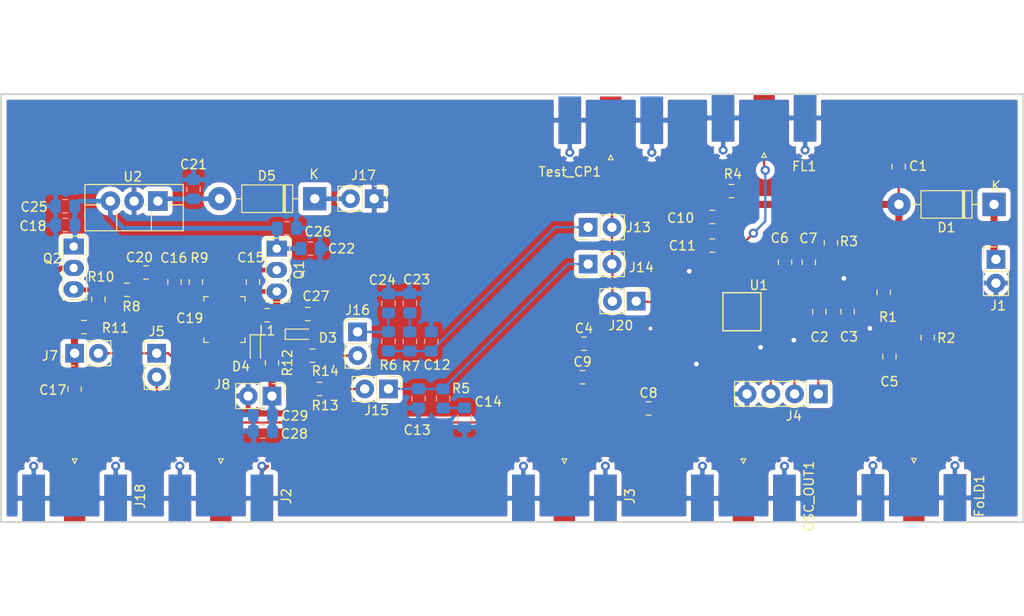
<source format=kicad_pcb>
(kicad_pcb (version 20171130) (host pcbnew "(5.0.1)-4")
  (layers (0 F.Cu signal) (31 B.Cu signal) (34 B.Paste user) (35 F.Paste user) (36 B.SilkS user) (37 F.SilkS user) (38 B.Mask user) (39 F.Mask user) (44 Edge.Cuts user))
  (net 0 "")
  (net 1 GND)
  (net 2 "Net-(C4-Pad1)")
  (net 3 "Net-(C8-Pad1)")
  (net 4 "Net-(C9-Pad2)")
  (net 5 PLL_Power)
  (net 6 "Net-(C12-Pad2)")
  (net 7 "Net-(C15-Pad1)")
  (net 8 "Net-(C15-Pad2)")
  (net 9 8V)
  (net 10 "Net-(C20-Pad2)")
  (net 11 "Net-(C21-Pad1)")
  (net 12 "Net-(D1-Pad1)")
  (net 13 "Net-(D3-Pad1)")
  (net 14 "Net-(D5-Pad1)")
  (net 15 "Net-(J2-Pad1)")
  (net 16 "Net-(J13-Pad2)")
  (net 17 V_uC)
  (net 18 Vp)
  (net 19 Vcc)
  (net 20 CE)
  (net 21 F_IN)
  (net 22 OSC_IN)
  (net 23 CPo)
  (net 24 LE)
  (net 25 Data)
  (net 26 FL)
  (net 27 FoLD)
  (net 28 OSC_OUT)
  (net 29 Clock)
  (net 30 "Net-(C13-Pad1)")
  (net 31 "Net-(C14-Pad1)")
  (net 32 "Net-(C17-Pad2)")
  (net 33 "Net-(C17-Pad1)")
  (net 34 "Net-(Q2-Pad3)")
  (net 35 "Net-(C23-Pad1)")
  (net 36 "Net-(C24-Pad1)")
  (net 37 "Net-(J15-Pad2)")
  (net 38 "Net-(J16-Pad2)")
  (net 39 "Net-(C27-Pad1)")
  (net 40 "Net-(C28-Pad2)")
  (module Capacitor_SMD:C_0805_2012Metric_Pad1.15x1.40mm_HandSolder (layer B.Cu) (at 106.7308 112.2426)
    (fp_text reference C28 (at 3.3528 0.254) (layer F.SilkS))
    (fp_text value 100pF)
    (pad 2 smd roundrect (at 1.025 0) (size 1.15 1.4) (layers B.Cu B.Paste B.Mask) (roundrect_rratio 0.217391) (net 40 "Net-(C28-Pad2)"))
    (pad 1 smd roundrect (at -1.025 0) (size 1.15 1.4) (layers B.Cu B.Paste B.Mask) (roundrect_rratio 0.217391) (net 1 GND))
  )
  (module Capacitor_SMD:C_0805_2012Metric_Pad1.15x1.40mm_HandSolder (layer B.Cu) (at 106.7218 110.4646)
    (fp_text reference C29 (at 3.4126 0.1016) (layer F.SilkS))
    (fp_text value 100nF)
    (pad 1 smd roundrect (at -1.025 0) (size 1.15 1.4) (layers B.Cu B.Paste B.Mask) (roundrect_rratio 0.217391) (net 1 GND))
    (pad 2 smd roundrect (at 1.025 0) (size 1.15 1.4) (layers B.Cu B.Paste B.Mask) (roundrect_rratio 0.217391) (net 40 "Net-(C28-Pad2)"))
  )
  (module Capacitor_SMD:C_0805_2012Metric_Pad1.15x1.40mm_HandSolder (layer F.Cu) (at 111.515 99.695 180)
    (fp_text reference C27 (at -0.88 1.905 180) (layer F.SilkS))
    (fp_text value ?)
    (pad 1 smd roundrect (at -1.025 0 180) (size 1.15 1.4) (layers F.Cu F.Paste F.Mask) (roundrect_rratio 0.217391) (net 39 "Net-(C27-Pad1)"))
    (pad 2 smd roundrect (at 1.025 0 180) (size 1.15 1.4) (layers F.Cu F.Paste F.Mask) (roundrect_rratio 0.217391) (net 8 "Net-(C15-Pad2)"))
  )
  (module Capacitor_SMD:C_0805_2012Metric_Pad1.15x1.40mm_HandSolder (layer B.Cu) (at 109.2925 90.5383 180)
    (fp_text reference C26 (at -3.3184 -0.3556 180) (layer F.SilkS))
    (fp_text value 100pF)
    (pad 2 smd roundrect (at 1.025 0 180) (size 1.15 1.4) (layers B.Cu B.Paste B.Mask) (roundrect_rratio 0.217391) (net 9 8V))
    (pad 1 smd roundrect (at -1.025 0 180) (size 1.15 1.4) (layers B.Cu B.Paste B.Mask) (roundrect_rratio 0.217391) (net 1 GND))
  )
  (module Capacitor_SMD:C_0805_2012Metric_Pad1.15x1.40mm_HandSolder (layer B.Cu) (at 85.6017 88.1761)
    (fp_text reference C25 (at -3.3184 0.0762) (layer F.SilkS))
    (fp_text value 100pF)
    (pad 1 smd roundrect (at -1.025 0) (size 1.15 1.4) (layers B.Cu B.Paste B.Mask) (roundrect_rratio 0.217391) (net 1 GND))
    (pad 2 smd roundrect (at 1.025 0) (size 1.15 1.4) (layers B.Cu B.Paste B.Mask) (roundrect_rratio 0.217391) (net 9 8V))
  )
  (module Resistor_SMD:R_0805_2012Metric_Pad1.15x1.40mm_HandSolder (layer F.Cu) (at 112.023 104.14 180)
    (fp_text reference R14 (at -1.3626 -1.6383 180) (layer F.SilkS))
    (fp_text value 1k)
    (pad 2 smd roundrect (at 1.025 0 180) (size 1.15 1.4) (layers F.Cu F.Paste F.Mask) (roundrect_rratio 0.217391) (net 13 "Net-(D3-Pad1)"))
    (pad 1 smd roundrect (at -1.025 0 180) (size 1.15 1.4) (layers F.Cu F.Paste F.Mask) (roundrect_rratio 0.217391) (net 38 "Net-(J16-Pad2)"))
  )
  (module Resistor_SMD:R_0805_2012Metric_Pad1.15x1.40mm_HandSolder (layer F.Cu) (at 112.785 107.696)
    (fp_text reference R13 (at 0.5879 1.7653) (layer F.SilkS))
    (fp_text value 1k)
    (pad 1 smd roundrect (at -1.025 0) (size 1.15 1.4) (layers F.Cu F.Paste F.Mask) (roundrect_rratio 0.217391) (net 13 "Net-(D3-Pad1)"))
    (pad 2 smd roundrect (at 1.025 0) (size 1.15 1.4) (layers F.Cu F.Paste F.Mask) (roundrect_rratio 0.217391) (net 37 "Net-(J15-Pad2)"))
  )
  (module Resistor_SMD:R_0805_2012Metric_Pad1.15x1.40mm_HandSolder (layer F.Cu) (at 89.154 98.1292 270)
    (fp_text reference R10 (at -2.4093 -0.2667) (layer F.SilkS))
    (fp_text value 100k)
    (pad 1 smd roundrect (at -1.025 0 270) (size 1.15 1.4) (layers F.Cu F.Paste F.Mask) (roundrect_rratio 0.217391) (net 34 "Net-(Q2-Pad3)"))
    (pad 2 smd roundrect (at 1.025 0 270) (size 1.15 1.4) (layers F.Cu F.Paste F.Mask) (roundrect_rratio 0.217391) (net 1 GND))
  )
  (module Resistor_SMD:R_0805_2012Metric_Pad1.15x1.40mm_HandSolder (layer F.Cu) (at 107.696 104.911 270)
    (fp_text reference R12 (at 0 -1.65 270) (layer F.SilkS))
    (fp_text value 1k)
    (pad 1 smd roundrect (at -1.025 0 270) (size 1.15 1.4) (layers F.Cu F.Paste F.Mask) (roundrect_rratio 0.217391) (net 13 "Net-(D3-Pad1)"))
    (pad 2 smd roundrect (at 1.025 0 270) (size 1.15 1.4) (layers F.Cu F.Paste F.Mask) (roundrect_rratio 0.217391) (net 40 "Net-(C28-Pad2)"))
  )
  (module Capacitor_SMD:C_0805_2012Metric_Pad1.15x1.40mm_HandSolder (layer B.Cu) (at 120.142 98.561 90)
    (fp_text reference C24 (at 2.4982 -0.6604 180) (layer F.SilkS))
    (fp_text value C)
    (pad 2 smd roundrect (at 1.025 0 90) (size 1.15 1.4) (layers B.Cu B.Paste B.Mask) (roundrect_rratio 0.217391) (net 1 GND))
    (pad 1 smd roundrect (at -1.025 0 90) (size 1.15 1.4) (layers B.Cu B.Paste B.Mask) (roundrect_rratio 0.217391) (net 36 "Net-(C24-Pad1)"))
  )
  (module Capacitor_SMD:C_0805_2012Metric_Pad1.15x1.40mm_HandSolder (layer B.Cu) (at 122.428 98.543 90)
    (fp_text reference C23 (at 2.531 0.7239 180) (layer F.SilkS))
    (fp_text value C)
    (pad 1 smd roundrect (at -1.025 0 90) (size 1.15 1.4) (layers B.Cu B.Paste B.Mask) (roundrect_rratio 0.217391) (net 35 "Net-(C23-Pad1)"))
    (pad 2 smd roundrect (at 1.025 0 90) (size 1.15 1.4) (layers B.Cu B.Paste B.Mask) (roundrect_rratio 0.217391) (net 1 GND))
  )
  (module Capacitor_SMD:C_Trimmer_Murata_TZB4-B (layer F.Cu) (at 102.616 100.282 270)
    (fp_text reference C19 (at -0.1425 3.7084) (layer F.SilkS))
    (fp_text value C_Variable)
    (pad 1 smd rect (at -3 0 270) (size 2 1.6) (layers F.Cu F.Paste F.Mask) (net 8 "Net-(C15-Pad2)"))
    (pad 2 smd rect (at 3 0 270) (size 2 1.6) (layers F.Cu F.Paste F.Mask) (net 1 GND))
  )
  (module Resistor_SMD:R_0805_2012Metric_Pad1.15x1.40mm_HandSolder (layer B.Cu) (at 122.428 102.625 90)
    (fp_text reference R7 (at -2.6453 0.127 180) (layer F.SilkS))
    (fp_text value R)
    (pad 1 smd roundrect (at -1.025 0 90) (size 1.15 1.4) (layers B.Cu B.Paste B.Mask) (roundrect_rratio 0.217391) (net 6 "Net-(C12-Pad2)"))
    (pad 2 smd roundrect (at 1.025 0 90) (size 1.15 1.4) (layers B.Cu B.Paste B.Mask) (roundrect_rratio 0.217391) (net 35 "Net-(C23-Pad1)"))
  )
  (module Resistor_SMD:R_0805_2012Metric_Pad1.15x1.40mm_HandSolder (layer F.Cu) (at 92.211 97.1042)
    (fp_text reference R8 (at 0.4736 1.7907) (layer F.SilkS))
    (fp_text value "0 Ohms")
    (pad 2 smd roundrect (at 1.025 0) (size 1.15 1.4) (layers F.Cu F.Paste F.Mask) (roundrect_rratio 0.217391) (net 10 "Net-(C20-Pad2)"))
    (pad 1 smd roundrect (at -1.025 0) (size 1.15 1.4) (layers F.Cu F.Paste F.Mask) (roundrect_rratio 0.217391) (net 34 "Net-(Q2-Pad3)"))
  )
  (module Capacitor_SMD:C_0805_2012Metric_Pad1.15x1.40mm_HandSolder (layer F.Cu) (at 86.614 107.705 270)
    (fp_text reference C17 (at 0.1053 2.3368) (layer F.SilkS))
    (fp_text value 100nF)
    (pad 2 smd roundrect (at 1.025 0 270) (size 1.15 1.4) (layers F.Cu F.Paste F.Mask) (roundrect_rratio 0.217391) (net 32 "Net-(C17-Pad2)"))
    (pad 1 smd roundrect (at -1.025 0 270) (size 1.15 1.4) (layers F.Cu F.Paste F.Mask) (roundrect_rratio 0.217391) (net 33 "Net-(C17-Pad1)"))
  )
  (module Capacitor_SMD:C_0805_2012Metric_Pad1.15x1.40mm_HandSolder (layer B.Cu) (at 128.27 110.753 270)
    (fp_text reference C14 (at -1.6854 -2.5273) (layer F.SilkS))
    (fp_text value C)
    (pad 1 smd roundrect (at -1.025 0 270) (size 1.15 1.4) (layers B.Cu B.Paste B.Mask) (roundrect_rratio 0.217391) (net 31 "Net-(C14-Pad1)"))
    (pad 2 smd roundrect (at 1.025 0 270) (size 1.15 1.4) (layers B.Cu B.Paste B.Mask) (roundrect_rratio 0.217391) (net 1 GND))
  )
  (module Package_TO_SOT_THT:TO-251-3_Vertical (layer F.Cu) (at 86.5124 92.4814 270)
    (fp_text reference Q2 (at 1.2827 2.2987) (layer F.SilkS))
    (fp_text value Q_NJFET_DSG)
    (pad 3 thru_hole oval (at 4.58 0 270) (size 1.7175 2.2) (drill 0.9) (layers *.Cu *.Mask) (net 34 "Net-(Q2-Pad3)"))
    (pad 2 thru_hole oval (at 2.29 0 270) (size 1.7175 2.2) (drill 0.9) (layers *.Cu *.Mask) (net 33 "Net-(C17-Pad1)"))
    (pad 1 thru_hole rect (at 0 0 270) (size 1.7175 2.2) (drill 0.9) (layers *.Cu *.Mask) (net 9 8V))
  )
  (module Package_TO_SOT_THT:TO-251-3_Vertical (layer F.Cu) (at 108.204 92.706 270)
    (fp_text reference Q1 (at 2.29 -2.39 270) (layer F.SilkS))
    (fp_text value Q_NJFET_DSG)
    (pad 1 thru_hole rect (at 0 0 270) (size 1.7 2.2) (drill 0.9) (layers *.Cu *.Mask) (net 9 8V))
    (pad 2 thru_hole oval (at 2.29 0 270) (size 1.7 2.2) (drill 0.9) (layers *.Cu *.Mask) (net 7 "Net-(C15-Pad1)"))
    (pad 3 thru_hole oval (at 4.58 0 270) (size 1.7 2.2) (drill 0.9) (layers *.Cu *.Mask) (net 8 "Net-(C15-Pad2)"))
  )
  (module Connector_Coaxial:SMA_Molex_73251-1153_EdgeMount_Horizontal (layer F.Cu) (at 176.276 117.6092 90)
    (fp_text reference FoLD1 (at -1.5 7 90) (layer F.SilkS))
    (fp_text value Conn_Coaxial)
    (pad 2 smd rect (at 1.27 4.38 90) (size 0.95 0.46) (layers B.Cu) (net 1 GND))
    (pad 2 smd rect (at 1.27 -4.38 90) (size 0.95 0.46) (layers B.Cu) (net 1 GND))
    (pad 2 smd rect (at 1.27 4.38 90) (size 0.95 0.46) (layers F.Cu) (net 1 GND))
    (pad 2 smd rect (at 1.27 -4.38 90) (size 0.95 0.46) (layers F.Cu) (net 1 GND))
    (pad 2 thru_hole circle (at 1.72 4.38 90) (size 0.97 0.97) (drill 0.46) (layers *.Cu) (net 1 GND))
    (pad 2 thru_hole circle (at 1.72 -4.38 90) (size 0.97 0.97) (drill 0.46) (layers *.Cu) (net 1 GND))
    (pad 2 smd rect (at -1.72 4.38 90) (size 5.08 2.42) (layers B.Cu B.Paste B.Mask) (net 1 GND))
    (pad 2 smd rect (at -1.72 -4.38 90) (size 5.08 2.42) (layers B.Cu B.Paste B.Mask) (net 1 GND))
    (pad 2 smd rect (at -1.72 4.38 90) (size 5.08 2.42) (layers F.Cu F.Paste F.Mask) (net 1 GND))
    (pad 2 smd rect (at -1.72 -4.38 90) (size 5.08 2.42) (layers F.Cu F.Paste F.Mask) (net 1 GND))
    (pad 1 smd rect (at -1.72 0 90) (size 5.08 2.29) (layers F.Cu F.Paste F.Mask) (net 27 FoLD))
  )
  (module Connector_Coaxial:SMA_Molex_73251-1153_EdgeMount_Horizontal (layer F.Cu) (at 160.274 80.46 270)
    (fp_text reference FL1 (at 3.45652 -4.28244) (layer F.SilkS))
    (fp_text value Conn_Coaxial)
    (pad 1 smd rect (at -1.72 0 270) (size 5.08 2.29) (layers F.Cu F.Paste F.Mask) (net 26 FL))
    (pad 2 smd rect (at -1.72 -4.38 270) (size 5.08 2.42) (layers F.Cu F.Paste F.Mask) (net 1 GND))
    (pad 2 smd rect (at -1.72 4.38 270) (size 5.08 2.42) (layers F.Cu F.Paste F.Mask) (net 1 GND))
    (pad 2 smd rect (at -1.72 -4.38 270) (size 5.08 2.42) (layers B.Cu B.Paste B.Mask) (net 1 GND))
    (pad 2 smd rect (at -1.72 4.38 270) (size 5.08 2.42) (layers B.Cu B.Paste B.Mask) (net 1 GND))
    (pad 2 thru_hole circle (at 1.72 -4.38 270) (size 0.97 0.97) (drill 0.46) (layers *.Cu) (net 1 GND))
    (pad 2 thru_hole circle (at 1.72 4.38 270) (size 0.97 0.97) (drill 0.46) (layers *.Cu) (net 1 GND))
    (pad 2 smd rect (at 1.27 -4.38 270) (size 0.95 0.46) (layers F.Cu) (net 1 GND))
    (pad 2 smd rect (at 1.27 4.38 270) (size 0.95 0.46) (layers F.Cu) (net 1 GND))
    (pad 2 smd rect (at 1.27 -4.38 270) (size 0.95 0.46) (layers B.Cu) (net 1 GND))
    (pad 2 smd rect (at 1.27 4.38 270) (size 0.95 0.46) (layers B.Cu) (net 1 GND))
  )
  (module Connector_Coaxial:SMA_Molex_73251-1153_EdgeMount_Horizontal (layer F.Cu) (at 143.891 80.714 270)
    (fp_text reference Test_CP1 (at 3.78672 4.35356) (layer F.SilkS))
    (fp_text value Conn_Coaxial)
    (pad 2 smd rect (at 1.27 4.38 270) (size 0.95 0.46) (layers B.Cu) (net 1 GND))
    (pad 2 smd rect (at 1.27 -4.38 270) (size 0.95 0.46) (layers B.Cu) (net 1 GND))
    (pad 2 smd rect (at 1.27 4.38 270) (size 0.95 0.46) (layers F.Cu) (net 1 GND))
    (pad 2 smd rect (at 1.27 -4.38 270) (size 0.95 0.46) (layers F.Cu) (net 1 GND))
    (pad 2 thru_hole circle (at 1.72 4.38 270) (size 0.97 0.97) (drill 0.46) (layers *.Cu) (net 1 GND))
    (pad 2 thru_hole circle (at 1.72 -4.38 270) (size 0.97 0.97) (drill 0.46) (layers *.Cu) (net 1 GND))
    (pad 2 smd rect (at -1.72 4.38 270) (size 5.08 2.42) (layers B.Cu B.Paste B.Mask) (net 1 GND))
    (pad 2 smd rect (at -1.72 -4.38 270) (size 5.08 2.42) (layers B.Cu B.Paste B.Mask) (net 1 GND))
    (pad 2 smd rect (at -1.72 4.38 270) (size 5.08 2.42) (layers F.Cu F.Paste F.Mask) (net 1 GND))
    (pad 2 smd rect (at -1.72 -4.38 270) (size 5.08 2.42) (layers F.Cu F.Paste F.Mask) (net 1 GND))
    (pad 1 smd rect (at -1.72 0 270) (size 5.08 2.29) (layers F.Cu F.Paste F.Mask) (net 16 "Net-(J13-Pad2)"))
  )
  (module Connector_Coaxial:SMA_Molex_73251-1153_EdgeMount_Horizontal (layer F.Cu) (at 158.0642 117.66 90)
    (fp_text reference OSC_OUT1 (at -1.5 7 90) (layer F.SilkS))
    (fp_text value Conn_Coaxial)
    (pad 1 smd rect (at -1.72 0 90) (size 5.08 2.29) (layers F.Cu F.Paste F.Mask) (net 28 OSC_OUT))
    (pad 2 smd rect (at -1.72 -4.38 90) (size 5.08 2.42) (layers F.Cu F.Paste F.Mask) (net 1 GND))
    (pad 2 smd rect (at -1.72 4.38 90) (size 5.08 2.42) (layers F.Cu F.Paste F.Mask) (net 1 GND))
    (pad 2 smd rect (at -1.72 -4.38 90) (size 5.08 2.42) (layers B.Cu B.Paste B.Mask) (net 1 GND))
    (pad 2 smd rect (at -1.72 4.38 90) (size 5.08 2.42) (layers B.Cu B.Paste B.Mask) (net 1 GND))
    (pad 2 thru_hole circle (at 1.72 -4.38 90) (size 0.97 0.97) (drill 0.46) (layers *.Cu) (net 1 GND))
    (pad 2 thru_hole circle (at 1.72 4.38 90) (size 0.97 0.97) (drill 0.46) (layers *.Cu) (net 1 GND))
    (pad 2 smd rect (at 1.27 -4.38 90) (size 0.95 0.46) (layers F.Cu) (net 1 GND))
    (pad 2 smd rect (at 1.27 4.38 90) (size 0.95 0.46) (layers F.Cu) (net 1 GND))
    (pad 2 smd rect (at 1.27 -4.38 90) (size 0.95 0.46) (layers B.Cu) (net 1 GND))
    (pad 2 smd rect (at 1.27 4.38 90) (size 0.95 0.46) (layers B.Cu) (net 1 GND))
  )
  (module Capacitor_SMD:C_0805_2012Metric_Pad1.15x1.40mm_HandSolder (layer F.Cu) (at 174.6504 83.9306 270)
    (fp_text reference C1 (at -0.04456 -2.0828) (layer F.SilkS))
    (fp_text value C)
    (pad 1 smd roundrect (at -1.025 0 270) (size 1.15 1.4) (layers F.Cu F.Paste F.Mask) (roundrect_rratio 0.217391) (net 1 GND))
    (pad 2 smd roundrect (at 1.025 0 270) (size 1.15 1.4) (layers F.Cu F.Paste F.Mask) (roundrect_rratio 0.217391) (net 5 PLL_Power))
  )
  (module Capacitor_SMD:C_0805_2012Metric_Pad1.15x1.40mm_HandSolder (layer F.Cu) (at 166.1668 99.45 90)
    (fp_text reference C2 (at -2.7088 0.02032 180) (layer F.SilkS))
    (fp_text value 100nF)
    (pad 1 smd roundrect (at -1.025 0 90) (size 1.15 1.4) (layers F.Cu F.Paste F.Mask) (roundrect_rratio 0.217391) (net 1 GND))
    (pad 2 smd roundrect (at 1.025 0 90) (size 1.15 1.4) (layers F.Cu F.Paste F.Mask) (roundrect_rratio 0.217391) (net 17 V_uC))
  )
  (module Capacitor_SMD:C_0805_2012Metric_Pad1.15x1.40mm_HandSolder (layer F.Cu) (at 169.1894 99.45 90)
    (fp_text reference C3 (at -2.67324 0.14224 180) (layer F.SilkS))
    (fp_text value 100pF)
    (pad 2 smd roundrect (at 1.025 0 90) (size 1.15 1.4) (layers F.Cu F.Paste F.Mask) (roundrect_rratio 0.217391) (net 17 V_uC))
    (pad 1 smd roundrect (at -1.025 0 90) (size 1.15 1.4) (layers F.Cu F.Paste F.Mask) (roundrect_rratio 0.217391) (net 1 GND))
  )
  (module Capacitor_SMD:C_0805_2012Metric_Pad1.15x1.40mm_HandSolder (layer F.Cu) (at 141.0298 102.87)
    (fp_text reference C4 (at 0 -1.65) (layer F.SilkS))
    (fp_text value 1000pF)
    (pad 2 smd roundrect (at 1.025 0) (size 1.15 1.4) (layers F.Cu F.Paste F.Mask) (roundrect_rratio 0.217391) (net 21 F_IN))
    (pad 1 smd roundrect (at -1.025 0) (size 1.15 1.4) (layers F.Cu F.Paste F.Mask) (roundrect_rratio 0.217391) (net 2 "Net-(C4-Pad1)"))
  )
  (module Capacitor_SMD:C_0805_2012Metric_Pad1.15x1.40mm_HandSolder (layer F.Cu) (at 173.6598 104.2506 90)
    (fp_text reference C5 (at -2.66308 -0.00508 180) (layer F.SilkS))
    (fp_text value 100nF)
    (pad 2 smd roundrect (at 1.025 0 90) (size 1.15 1.4) (layers F.Cu F.Paste F.Mask) (roundrect_rratio 0.217391) (net 20 CE))
    (pad 1 smd roundrect (at -1.025 0 90) (size 1.15 1.4) (layers F.Cu F.Paste F.Mask) (roundrect_rratio 0.217391) (net 1 GND))
  )
  (module Capacitor_SMD:C_0805_2012Metric_Pad1.15x1.40mm_HandSolder (layer F.Cu) (at 162.5092 94.1668 90)
    (fp_text reference C6 (at 2.5871 -0.5715 180) (layer F.SilkS))
    (fp_text value 100nF)
    (pad 1 smd roundrect (at -1.025 0 90) (size 1.15 1.4) (layers F.Cu F.Paste F.Mask) (roundrect_rratio 0.217391) (net 1 GND))
    (pad 2 smd roundrect (at 1.025 0 90) (size 1.15 1.4) (layers F.Cu F.Paste F.Mask) (roundrect_rratio 0.217391) (net 19 Vcc))
  )
  (module Capacitor_SMD:C_0805_2012Metric_Pad1.15x1.40mm_HandSolder (layer F.Cu) (at 165.0492 94.1668 90)
    (fp_text reference C7 (at 2.5617 -0.0508 180) (layer F.SilkS))
    (fp_text value 100pF)
    (pad 1 smd roundrect (at -1.025 0 90) (size 1.15 1.4) (layers F.Cu F.Paste F.Mask) (roundrect_rratio 0.217391) (net 1 GND))
    (pad 2 smd roundrect (at 1.025 0 90) (size 1.15 1.4) (layers F.Cu F.Paste F.Mask) (roundrect_rratio 0.217391) (net 19 Vcc))
  )
  (module Capacitor_SMD:C_0805_2012Metric_Pad1.15x1.40mm_HandSolder (layer F.Cu) (at 147.9206 109.7788)
    (fp_text reference C8 (at 0 -1.65) (layer F.SilkS))
    (fp_text value 1000pF)
    (pad 2 smd roundrect (at 1.025 0) (size 1.15 1.4) (layers F.Cu F.Paste F.Mask) (roundrect_rratio 0.217391) (net 22 OSC_IN))
    (pad 1 smd roundrect (at -1.025 0) (size 1.15 1.4) (layers F.Cu F.Paste F.Mask) (roundrect_rratio 0.217391) (net 3 "Net-(C8-Pad1)"))
  )
  (module Capacitor_SMD:C_0805_2012Metric_Pad1.15x1.40mm_HandSolder (layer F.Cu) (at 140.8774 106.4514)
    (fp_text reference C9 (at 0 -1.65) (layer F.SilkS))
    (fp_text value 100nF)
    (pad 2 smd roundrect (at 1.025 0) (size 1.15 1.4) (layers F.Cu F.Paste F.Mask) (roundrect_rratio 0.217391) (net 4 "Net-(C9-Pad2)"))
    (pad 1 smd roundrect (at -1.025 0) (size 1.15 1.4) (layers F.Cu F.Paste F.Mask) (roundrect_rratio 0.217391) (net 1 GND))
  )
  (module Capacitor_SMD:C_0805_2012Metric_Pad1.15x1.40mm_HandSolder (layer F.Cu) (at 154.7278 89.3318)
    (fp_text reference C10 (at -3.3692 0.1016) (layer F.SilkS))
    (fp_text value 100nF)
    (pad 2 smd roundrect (at 1.025 0) (size 1.15 1.4) (layers F.Cu F.Paste F.Mask) (roundrect_rratio 0.217391) (net 18 Vp))
    (pad 1 smd roundrect (at -1.025 0) (size 1.15 1.4) (layers F.Cu F.Paste F.Mask) (roundrect_rratio 0.217391) (net 1 GND))
  )
  (module Capacitor_SMD:C_0805_2012Metric_Pad1.15x1.40mm_HandSolder (layer F.Cu) (at 154.7278 92.3798)
    (fp_text reference C11 (at -3.1914 0.0127) (layer F.SilkS))
    (fp_text value 100pF)
    (pad 1 smd roundrect (at -1.025 0) (size 1.15 1.4) (layers F.Cu F.Paste F.Mask) (roundrect_rratio 0.217391) (net 1 GND))
    (pad 2 smd roundrect (at 1.025 0) (size 1.15 1.4) (layers F.Cu F.Paste F.Mask) (roundrect_rratio 0.217391) (net 18 Vp))
  )
  (module Capacitor_SMD:C_0805_2012Metric_Pad1.15x1.40mm_HandSolder (layer B.Cu) (at 124.714 102.625 270)
    (fp_text reference C12 (at 2.5056 -0.6096) (layer F.SilkS))
    (fp_text value C)
    (pad 2 smd roundrect (at 1.025 0 270) (size 1.15 1.4) (layers B.Cu B.Paste B.Mask) (roundrect_rratio 0.217391) (net 6 "Net-(C12-Pad2)"))
    (pad 1 smd roundrect (at -1.025 0 270) (size 1.15 1.4) (layers B.Cu B.Paste B.Mask) (roundrect_rratio 0.217391) (net 1 GND))
  )
  (module Capacitor_SMD:C_0805_2012Metric_Pad1.15x1.40mm_HandSolder (layer B.Cu) (at 123.3551 108.7083 270)
    (fp_text reference C13 (at 3.3819 0.1397) (layer F.SilkS))
    (fp_text value C)
    (pad 2 smd roundrect (at 1.025 0 270) (size 1.15 1.4) (layers B.Cu B.Paste B.Mask) (roundrect_rratio 0.217391) (net 1 GND))
    (pad 1 smd roundrect (at -1.025 0 270) (size 1.15 1.4) (layers B.Cu B.Paste B.Mask) (roundrect_rratio 0.217391) (net 30 "Net-(C13-Pad1)"))
  )
  (module Capacitor_SMD:C_0805_2012Metric_Pad1.15x1.40mm_HandSolder (layer F.Cu) (at 105.664 96.275 270)
    (fp_text reference C15 (at -2.6125 0.2286) (layer F.SilkS))
    (fp_text value 120)
    (pad 1 smd roundrect (at -1.025 0 270) (size 1.15 1.4) (layers F.Cu F.Paste F.Mask) (roundrect_rratio 0.217391) (net 7 "Net-(C15-Pad1)"))
    (pad 2 smd roundrect (at 1.025 0 270) (size 1.15 1.4) (layers F.Cu F.Paste F.Mask) (roundrect_rratio 0.217391) (net 8 "Net-(C15-Pad2)"))
  )
  (module Capacitor_SMD:C_0805_2012Metric_Pad1.15x1.40mm_HandSolder (layer F.Cu) (at 97.282 96.275 90)
    (fp_text reference C16 (at 2.5744 -0.0762 180) (layer F.SilkS))
    (fp_text value 560)
    (pad 2 smd roundrect (at 1.025 0 90) (size 1.15 1.4) (layers F.Cu F.Paste F.Mask) (roundrect_rratio 0.217391) (net 7 "Net-(C15-Pad1)"))
    (pad 1 smd roundrect (at -1.025 0 90) (size 1.15 1.4) (layers F.Cu F.Paste F.Mask) (roundrect_rratio 0.217391) (net 1 GND))
  )
  (module Capacitor_SMD:C_0805_2012Metric_Pad1.15x1.40mm_HandSolder (layer B.Cu) (at 85.6197 90.1827)
    (fp_text reference C18 (at -3.4634 0.1143) (layer F.SilkS))
    (fp_text value 100nF)
    (pad 1 smd roundrect (at -1.025 0) (size 1.15 1.4) (layers B.Cu B.Paste B.Mask) (roundrect_rratio 0.217391) (net 1 GND))
    (pad 2 smd roundrect (at 1.025 0) (size 1.15 1.4) (layers B.Cu B.Paste B.Mask) (roundrect_rratio 0.217391) (net 9 8V))
  )
  (module Capacitor_SMD:C_0805_2012Metric_Pad1.15x1.40mm_HandSolder (layer F.Cu) (at 94.243 95.25 180)
    (fp_text reference C20 (at 0.7075 1.6129 180) (layer F.SilkS))
    (fp_text value 10pF)
    (pad 1 smd roundrect (at -1.025 0 180) (size 1.15 1.4) (layers F.Cu F.Paste F.Mask) (roundrect_rratio 0.217391) (net 7 "Net-(C15-Pad1)"))
    (pad 2 smd roundrect (at 1.025 0 180) (size 1.15 1.4) (layers F.Cu F.Paste F.Mask) (roundrect_rratio 0.217391) (net 10 "Net-(C20-Pad2)"))
  )
  (module Capacitor_SMD:C_0805_2012Metric_Pad1.15x1.40mm_HandSolder (layer B.Cu) (at 99.314 86.36 90)
    (fp_text reference C21 (at 2.6416 0) (layer F.SilkS))
    (fp_text value 100nF)
    (pad 1 smd roundrect (at -1.025 0 90) (size 1.15 1.4) (layers B.Cu B.Paste B.Mask) (roundrect_rratio 0.217391) (net 11 "Net-(C21-Pad1)"))
    (pad 2 smd roundrect (at 1.025 0 90) (size 1.15 1.4) (layers B.Cu B.Paste B.Mask) (roundrect_rratio 0.217391) (net 1 GND))
  )
  (module Capacitor_SMD:C_0805_2012Metric_Pad1.15x1.40mm_HandSolder (layer B.Cu) (at 111.8071 92.71 180)
    (fp_text reference C22 (at -3.3184 0 180) (layer F.SilkS))
    (fp_text value 100nF)
    (pad 1 smd roundrect (at -1.025 0 180) (size 1.15 1.4) (layers B.Cu B.Paste B.Mask) (roundrect_rratio 0.217391) (net 1 GND))
    (pad 2 smd roundrect (at 1.025 0 180) (size 1.15 1.4) (layers B.Cu B.Paste B.Mask) (roundrect_rratio 0.217391) (net 9 8V))
  )
  (module Diode_THT:D_DO-41_SOD81_P10.16mm_Horizontal (layer F.Cu) (at 184.8358 87.9856 180)
    (fp_text reference D1 (at 5.08 -2.47 180) (layer F.SilkS))
    (fp_text value DIODE)
    (fp_text user K (at -0.21336 1.9812 180) (layer F.SilkS))
    (pad 1 thru_hole rect (at 0 0 180) (size 2.5 2.5) (drill 1) (layers *.Cu *.Mask) (net 12 "Net-(D1-Pad1)"))
    (pad 2 thru_hole oval (at 10.16 0 180) (size 2.5 2.5) (drill 1) (layers *.Cu *.Mask) (net 5 PLL_Power))
  )
  (module Diode_SMD:D_SC-80_HandSoldering (layer F.Cu) (at 110.914 101.854)
    (fp_text reference D3 (at 2.751 0.381) (layer F.SilkS))
    (fp_text value D_Capacitance)
    (pad 1 smd rect (at -1.1 0) (size 1.1 0.6) (layers F.Cu F.Paste F.Mask) (net 13 "Net-(D3-Pad1)"))
    (pad 2 smd rect (at 1.1 0) (size 1.1 0.6) (layers F.Cu F.Paste F.Mask) (net 39 "Net-(C27-Pad1)"))
  )
  (module Diode_SMD:D_SC-80_HandSoldering (layer F.Cu) (at 105.918 103.716 270)
    (fp_text reference D4 (at 1.5797 1.5367) (layer F.SilkS))
    (fp_text value D_Capacitance)
    (pad 2 smd rect (at 1.1 0 270) (size 1.1 0.6) (layers F.Cu F.Paste F.Mask) (net 1 GND))
    (pad 1 smd rect (at -1.1 0 270) (size 1.1 0.6) (layers F.Cu F.Paste F.Mask) (net 13 "Net-(D3-Pad1)"))
  )
  (module Diode_THT:D_DO-41_SOD81_P10.16mm_Horizontal (layer F.Cu) (at 112.268 87.376 180)
    (fp_text reference D5 (at 5.1308 2.4511 180) (layer F.SilkS))
    (fp_text value DIODE)
    (fp_text user K (at 0.0762 2.6035 180) (layer F.SilkS))
    (pad 2 thru_hole oval (at 10.16 0 180) (size 2.5 2.5) (drill 1) (layers *.Cu *.Mask) (net 11 "Net-(C21-Pad1)"))
    (pad 1 thru_hole rect (at 0 0 180) (size 2.5 2.5) (drill 1) (layers *.Cu *.Mask) (net 14 "Net-(D5-Pad1)"))
  )
  (module Connector_PinHeader_2.54mm:PinHeader_1x02_P2.54mm_Vertical (layer F.Cu) (at 185.039 93.853)
    (fp_text reference J1 (at 0.2286 4.94792) (layer F.SilkS))
    (fp_text value Conn_01x02_Male)
    (pad 2 thru_hole oval (at 0 2.54) (size 2 2) (drill 1) (layers *.Cu *.Mask) (net 1 GND))
    (pad 1 thru_hole rect (at 0 0) (size 2 2) (drill 1) (layers *.Cu *.Mask) (net 12 "Net-(D1-Pad1)"))
  )
  (module Connector_Coaxial:SMA_Molex_73251-1153_EdgeMount_Horizontal (layer F.Cu) (at 102.235 117.66 90)
    (fp_text reference J2 (at -1.5 7 90) (layer F.SilkS))
    (fp_text value Conn_Coaxial)
    (pad 2 smd rect (at 1.27 4.38 90) (size 0.95 0.46) (layers B.Cu) (net 1 GND))
    (pad 2 smd rect (at 1.27 -4.38 90) (size 0.95 0.46) (layers B.Cu) (net 1 GND))
    (pad 2 smd rect (at 1.27 4.38 90) (size 0.95 0.46) (layers F.Cu) (net 1 GND))
    (pad 2 smd rect (at 1.27 -4.38 90) (size 0.95 0.46) (layers F.Cu) (net 1 GND))
    (pad 2 thru_hole circle (at 1.72 4.38 90) (size 0.97 0.97) (drill 0.46) (layers *.Cu) (net 1 GND))
    (pad 2 thru_hole circle (at 1.72 -4.38 90) (size 0.97 0.97) (drill 0.46) (layers *.Cu) (net 1 GND))
    (pad 2 smd rect (at -1.72 4.38 90) (size 5.08 2.42) (layers B.Cu B.Paste B.Mask) (net 1 GND))
    (pad 2 smd rect (at -1.72 -4.38 90) (size 5.08 2.42) (layers B.Cu B.Paste B.Mask) (net 1 GND))
    (pad 2 smd rect (at -1.72 4.38 90) (size 5.08 2.42) (layers F.Cu F.Paste F.Mask) (net 1 GND))
    (pad 2 smd rect (at -1.72 -4.38 90) (size 5.08 2.42) (layers F.Cu F.Paste F.Mask) (net 1 GND))
    (pad 1 smd rect (at -1.72 0 90) (size 5.08 2.29) (layers F.Cu F.Paste F.Mask) (net 15 "Net-(J2-Pad1)"))
  )
  (module Connector_Coaxial:SMA_Molex_73251-1153_EdgeMount_Horizontal (layer F.Cu) (at 138.938 117.66 90)
    (fp_text reference J3 (at -1.5 7 90) (layer F.SilkS))
    (fp_text value Conn_Coaxial)
    (pad 1 smd rect (at -1.72 0 90) (size 5.08 2.29) (layers F.Cu F.Paste F.Mask) (net 3 "Net-(C8-Pad1)"))
    (pad 2 smd rect (at -1.72 -4.38 90) (size 5.08 2.42) (layers F.Cu F.Paste F.Mask) (net 1 GND))
    (pad 2 smd rect (at -1.72 4.38 90) (size 5.08 2.42) (layers F.Cu F.Paste F.Mask) (net 1 GND))
    (pad 2 smd rect (at -1.72 -4.38 90) (size 5.08 2.42) (layers B.Cu B.Paste B.Mask) (net 1 GND))
    (pad 2 smd rect (at -1.72 4.38 90) (size 5.08 2.42) (layers B.Cu B.Paste B.Mask) (net 1 GND))
    (pad 2 thru_hole circle (at 1.72 -4.38 90) (size 0.97 0.97) (drill 0.46) (layers *.Cu) (net 1 GND))
    (pad 2 thru_hole circle (at 1.72 4.38 90) (size 0.97 0.97) (drill 0.46) (layers *.Cu) (net 1 GND))
    (pad 2 smd rect (at 1.27 -4.38 90) (size 0.95 0.46) (layers F.Cu) (net 1 GND))
    (pad 2 smd rect (at 1.27 4.38 90) (size 0.95 0.46) (layers F.Cu) (net 1 GND))
    (pad 2 smd rect (at 1.27 -4.38 90) (size 0.95 0.46) (layers B.Cu) (net 1 GND))
    (pad 2 smd rect (at 1.27 4.38 90) (size 0.95 0.46) (layers B.Cu) (net 1 GND))
  )
  (module Connector_PinHeader_2.54mm:PinHeader_1x04_P2.54mm_Vertical (layer F.Cu) (at 166.0652 108.2294 270)
    (fp_text reference J4 (at 2.3622 2.62128) (layer F.SilkS))
    (fp_text value Conn_01x04_Male)
    (pad 1 thru_hole rect (at 0 0 270) (size 2 2) (drill 1) (layers *.Cu *.Mask) (net 24 LE))
    (pad 2 thru_hole oval (at 0 2.54 270) (size 2 2) (drill 1) (layers *.Cu *.Mask) (net 25 Data))
    (pad 3 thru_hole oval (at 0 5.08 270) (size 2 2) (drill 1) (layers *.Cu *.Mask) (net 29 Clock))
    (pad 4 thru_hole oval (at 0 7.62 270) (size 2 2) (drill 1) (layers *.Cu *.Mask) (net 1 GND))
  )
  (module Connector_PinHeader_2.54mm:PinHeader_1x02_P2.54mm_Vertical (layer F.Cu) (at 95.377 103.886)
    (fp_text reference J5 (at 0 -2.33) (layer F.SilkS))
    (fp_text value Conn_01x02_Male)
    (pad 1 thru_hole rect (at 0 0) (size 2 2) (drill 1) (layers *.Cu *.Mask) (net 2 "Net-(C4-Pad1)"))
    (pad 2 thru_hole oval (at 0 2.54) (size 2 2) (drill 1) (layers *.Cu *.Mask) (net 15 "Net-(J2-Pad1)"))
  )
  (module Connector_PinHeader_2.54mm:PinHeader_1x02_P2.54mm_Vertical (layer F.Cu) (at 86.614 103.886 90)
    (fp_text reference J7 (at -0.2794 -2.6416 180) (layer F.SilkS))
    (fp_text value Conn_01x02_Male)
    (pad 2 thru_hole oval (at 0 2.54 90) (size 2 2) (drill 1) (layers *.Cu *.Mask) (net 2 "Net-(C4-Pad1)"))
    (pad 1 thru_hole rect (at 0 0 90) (size 2 2) (drill 1) (layers *.Cu *.Mask) (net 33 "Net-(C17-Pad1)"))
  )
  (module Connector_PinHeader_2.54mm:PinHeader_1x02_P2.54mm_Vertical (layer F.Cu) (at 107.696 108.458 270)
    (fp_text reference J8 (at -1.2446 5.3086) (layer F.SilkS))
    (fp_text value Conn_01x02_Male)
    (pad 1 thru_hole rect (at 0 0 270) (size 2 2) (drill 1) (layers *.Cu *.Mask) (net 40 "Net-(C28-Pad2)"))
    (pad 2 thru_hole oval (at 0 2.54 270) (size 2 2) (drill 1) (layers *.Cu *.Mask) (net 1 GND))
  )
  (module Connector_PinHeader_2.54mm:PinHeader_1x02_P2.54mm_Vertical (layer F.Cu) (at 141.478 90.424 90)
    (fp_text reference J13 (at -0.02032 5.37464 180) (layer F.SilkS))
    (fp_text value Conn_01x02_Male)
    (pad 2 thru_hole oval (at 0 2.54 90) (size 2 2) (drill 1) (layers *.Cu *.Mask) (net 16 "Net-(J13-Pad2)"))
    (pad 1 thru_hole rect (at 0 0 90) (size 2 2) (drill 1) (layers *.Cu *.Mask) (net 6 "Net-(C12-Pad2)"))
  )
  (module Connector_PinHeader_2.54mm:PinHeader_1x02_P2.54mm_Vertical (layer F.Cu) (at 141.478 94.361 90)
    (fp_text reference J14 (at -0.3556 5.68452 180) (layer F.SilkS))
    (fp_text value Conn_01x02_Male)
    (pad 1 thru_hole rect (at 0 0 90) (size 2 2) (drill 1) (layers *.Cu *.Mask) (net 30 "Net-(C13-Pad1)"))
    (pad 2 thru_hole oval (at 0 2.54 90) (size 2 2) (drill 1) (layers *.Cu *.Mask) (net 16 "Net-(J13-Pad2)"))
  )
  (module Connector_PinHeader_2.54mm:PinHeader_1x02_P2.54mm_Vertical (layer F.Cu) (at 120.142 107.696 270)
    (fp_text reference J15 (at 2.286 1.27) (layer F.SilkS))
    (fp_text value Conn_01x02_Male)
    (pad 2 thru_hole oval (at 0 2.54 270) (size 2 2) (drill 1) (layers *.Cu *.Mask) (net 37 "Net-(J15-Pad2)"))
    (pad 1 thru_hole rect (at 0 0 270) (size 2 2) (drill 1) (layers *.Cu *.Mask) (net 30 "Net-(C13-Pad1)"))
  )
  (module Connector_PinHeader_2.54mm:PinHeader_1x02_P2.54mm_Vertical (layer F.Cu) (at 116.84 101.6)
    (fp_text reference J16 (at 0 -2.33) (layer F.SilkS))
    (fp_text value Conn_01x02_Male)
    (pad 1 thru_hole rect (at 0 0) (size 2 2) (drill 1) (layers *.Cu *.Mask) (net 36 "Net-(C24-Pad1)"))
    (pad 2 thru_hole oval (at 0 2.54) (size 2 2) (drill 1) (layers *.Cu *.Mask) (net 38 "Net-(J16-Pad2)"))
  )
  (module Connector_PinHeader_2.54mm:PinHeader_1x02_P2.54mm_Vertical (layer F.Cu) (at 118.618 87.376 270)
    (fp_text reference J17 (at -2.5019 1.143) (layer F.SilkS))
    (fp_text value Conn_01x02_Male)
    (pad 1 thru_hole rect (at 0 0 270) (size 2 2) (drill 1) (layers *.Cu *.Mask) (net 1 GND))
    (pad 2 thru_hole oval (at 0 2.54 270) (size 2 2) (drill 1) (layers *.Cu *.Mask) (net 14 "Net-(D5-Pad1)"))
  )
  (module Connector_Coaxial:SMA_Molex_73251-1153_EdgeMount_Horizontal (layer F.Cu) (at 86.614 117.66 90)
    (fp_text reference J18 (at -1.5 7 90) (layer F.SilkS))
    (fp_text value Conn_Coaxial)
    (pad 1 smd rect (at -1.72 0 90) (size 5.08 2.29) (layers F.Cu F.Paste F.Mask) (net 32 "Net-(C17-Pad2)"))
    (pad 2 smd rect (at -1.72 -4.38 90) (size 5.08 2.42) (layers F.Cu F.Paste F.Mask) (net 1 GND))
    (pad 2 smd rect (at -1.72 4.38 90) (size 5.08 2.42) (layers F.Cu F.Paste F.Mask) (net 1 GND))
    (pad 2 smd rect (at -1.72 -4.38 90) (size 5.08 2.42) (layers B.Cu B.Paste B.Mask) (net 1 GND))
    (pad 2 smd rect (at -1.72 4.38 90) (size 5.08 2.42) (layers B.Cu B.Paste B.Mask) (net 1 GND))
    (pad 2 thru_hole circle (at 1.72 -4.38 90) (size 0.97 0.97) (drill 0.46) (layers *.Cu) (net 1 GND))
    (pad 2 thru_hole circle (at 1.72 4.38 90) (size 0.97 0.97) (drill 0.46) (layers *.Cu) (net 1 GND))
    (pad 2 smd rect (at 1.27 -4.38 90) (size 0.95 0.46) (layers F.Cu) (net 1 GND))
    (pad 2 smd rect (at 1.27 4.38 90) (size 0.95 0.46) (layers F.Cu) (net 1 GND))
    (pad 2 smd rect (at 1.27 -4.38 90) (size 0.95 0.46) (layers B.Cu) (net 1 GND))
    (pad 2 smd rect (at 1.27 4.38 90) (size 0.95 0.46) (layers B.Cu) (net 1 GND))
  )
  (module Connector_PinHeader_2.54mm:PinHeader_1x02_P2.54mm_Vertical (layer F.Cu) (at 146.6088 98.3234 270)
    (fp_text reference J20 (at 2.60096 1.64592) (layer F.SilkS))
    (fp_text value Conn_01x02_Male)
    (pad 2 thru_hole oval (at 0 2.54 270) (size 2 2) (drill 1) (layers *.Cu *.Mask) (net 16 "Net-(J13-Pad2)"))
    (pad 1 thru_hole rect (at 0 0 270) (size 2 2) (drill 1) (layers *.Cu *.Mask) (net 23 CPo))
  )
  (module Inductor_SMD:L_0805_2012Metric_Pad1.15x1.40mm_HandSolder (layer F.Cu) (at 107.179 99.822 180)
    (fp_text reference L1 (at 0 -1.65 180) (layer F.SilkS))
    (fp_text value 1.8uH)
    (pad 2 smd roundrect (at 1.025 0 180) (size 1.15 1.4) (layers F.Cu F.Paste F.Mask) (roundrect_rratio 0.217391) (net 1 GND))
    (pad 1 smd roundrect (at -1.025 0 180) (size 1.15 1.4) (layers F.Cu F.Paste F.Mask) (roundrect_rratio 0.217391) (net 8 "Net-(C15-Pad2)"))
  )
  (module Resistor_SMD:R_0805_2012Metric_Pad1.15x1.40mm_HandSolder (layer F.Cu) (at 173.0502 97.3926 270)
    (fp_text reference R1 (at 2.62244 -0.46228) (layer F.SilkS))
    (fp_text value 18)
    (pad 1 smd roundrect (at -1.025 0 270) (size 1.15 1.4) (layers F.Cu F.Paste F.Mask) (roundrect_rratio 0.217391) (net 5 PLL_Power))
    (pad 2 smd roundrect (at 1.025 0 270) (size 1.15 1.4) (layers F.Cu F.Paste F.Mask) (roundrect_rratio 0.217391) (net 17 V_uC))
  )
  (module Resistor_SMD:R_0805_2012Metric_Pad1.15x1.40mm_HandSolder (layer F.Cu) (at 177.7492 102.2186 270)
    (fp_text reference R2 (at 0.04688 -1.9812) (layer F.SilkS))
    (fp_text value 10k)
    (pad 2 smd roundrect (at 1.025 0 270) (size 1.15 1.4) (layers F.Cu F.Paste F.Mask) (roundrect_rratio 0.217391) (net 20 CE))
    (pad 1 smd roundrect (at -1.025 0 270) (size 1.15 1.4) (layers F.Cu F.Paste F.Mask) (roundrect_rratio 0.217391) (net 5 PLL_Power))
  )
  (module Resistor_SMD:R_0805_2012Metric_Pad1.15x1.40mm_HandSolder (layer F.Cu) (at 167.4114 92.084 270)
    (fp_text reference R3 (at -0.1487 -1.9177) (layer F.SilkS))
    (fp_text value 18)
    (pad 2 smd roundrect (at 1.025 0 270) (size 1.15 1.4) (layers F.Cu F.Paste F.Mask) (roundrect_rratio 0.217391) (net 19 Vcc))
    (pad 1 smd roundrect (at -1.025 0 270) (size 1.15 1.4) (layers F.Cu F.Paste F.Mask) (roundrect_rratio 0.217391) (net 5 PLL_Power))
  )
  (module Resistor_SMD:R_0805_2012Metric_Pad1.15x1.40mm_HandSolder (layer F.Cu) (at 156.7852 86.5632 180)
    (fp_text reference R4 (at -0.1487 1.8161 180) (layer F.SilkS))
    (fp_text value 18)
    (pad 1 smd roundrect (at -1.025 0 180) (size 1.15 1.4) (layers F.Cu F.Paste F.Mask) (roundrect_rratio 0.217391) (net 5 PLL_Power))
    (pad 2 smd roundrect (at 1.025 0 180) (size 1.15 1.4) (layers F.Cu F.Paste F.Mask) (roundrect_rratio 0.217391) (net 18 Vp))
  )
  (module Resistor_SMD:R_0805_2012Metric_Pad1.15x1.40mm_HandSolder (layer B.Cu) (at 125.984 108.721 90)
    (fp_text reference R5 (at 1.0758 1.905 180) (layer F.SilkS))
    (fp_text value R)
    (pad 2 smd roundrect (at 1.025 0 90) (size 1.15 1.4) (layers B.Cu B.Paste B.Mask) (roundrect_rratio 0.217391) (net 30 "Net-(C13-Pad1)"))
    (pad 1 smd roundrect (at -1.025 0 90) (size 1.15 1.4) (layers B.Cu B.Paste B.Mask) (roundrect_rratio 0.217391) (net 31 "Net-(C14-Pad1)"))
  )
  (module Resistor_SMD:R_0805_2012Metric_Pad1.15x1.40mm_HandSolder (layer B.Cu) (at 120.142 102.616 270)
    (fp_text reference R6 (at 2.54 0) (layer F.SilkS))
    (fp_text value R)
    (pad 2 smd roundrect (at 1.025 0 270) (size 1.15 1.4) (layers B.Cu B.Paste B.Mask) (roundrect_rratio 0.217391) (net 6 "Net-(C12-Pad2)"))
    (pad 1 smd roundrect (at -1.025 0 270) (size 1.15 1.4) (layers B.Cu B.Paste B.Mask) (roundrect_rratio 0.217391) (net 36 "Net-(C24-Pad1)"))
  )
  (module Resistor_SMD:R_0805_2012Metric_Pad1.15x1.40mm_HandSolder (layer F.Cu) (at 99.568 96.275 270)
    (fp_text reference R9 (at -2.5744 -0.381) (layer F.SilkS))
    (fp_text value 3.3k)
    (pad 1 smd roundrect (at -1.025 0 270) (size 1.15 1.4) (layers F.Cu F.Paste F.Mask) (roundrect_rratio 0.217391) (net 7 "Net-(C15-Pad1)"))
    (pad 2 smd roundrect (at 1.025 0 270) (size 1.15 1.4) (layers F.Cu F.Paste F.Mask) (roundrect_rratio 0.217391) (net 1 GND))
  )
  (module Resistor_SMD:R_0805_2012Metric_Pad1.15x1.40mm_HandSolder (layer F.Cu) (at 87.621 101.092)
    (fp_text reference R11 (at 3.3364 0.0889) (layer F.SilkS))
    (fp_text value 3.3k)
    (pad 2 smd roundrect (at 1.025 0) (size 1.15 1.4) (layers F.Cu F.Paste F.Mask) (roundrect_rratio 0.217391) (net 1 GND))
    (pad 1 smd roundrect (at -1.025 0) (size 1.15 1.4) (layers F.Cu F.Paste F.Mask) (roundrect_rratio 0.217391) (net 33 "Net-(C17-Pad1)"))
  )
  (module LMX231X:LMX231X (layer F.Cu) (at 158.4096 95.8902)
    (fp_text reference U1 (at 1.3056 0.72124) (layer F.SilkS))
    (fp_text value LMX231X)
    (pad 1 smd rect (at -2 2) (size 0.45 0.3) (layers F.Cu F.Paste F.Mask) (net 1 GND))
    (pad 2 smd rect (at -2 2.5) (size 0.45 0.3) (layers F.Cu F.Paste F.Mask) (net 23 CPo))
    (pad 3 smd rect (at -2 3) (size 0.45 0.3) (layers F.Cu F.Paste F.Mask) (net 1 GND))
    (pad 4 smd rect (at -2 3.5) (size 0.45 0.3) (layers F.Cu F.Paste F.Mask) (net 21 F_IN))
    (pad 5 smd rect (at -2 4) (size 0.45 0.3) (layers F.Cu F.Paste F.Mask) (net 4 "Net-(C9-Pad2)"))
    (pad 6 smd rect (at -2 4.5) (size 0.45 0.3) (layers F.Cu F.Paste F.Mask) (net 22 OSC_IN))
    (pad 7 smd rect (at -2 5) (size 0.45 0.3) (layers F.Cu F.Paste F.Mask) (net 1 GND))
    (pad 17 smd rect (at 0.95 2) (size 0.45 0.3) (layers F.Cu F.Paste F.Mask) (net 1 GND))
    (pad 16 smd rect (at 0.95 2.5) (size 0.45 0.3) (layers F.Cu F.Paste F.Mask) (net 17 V_uC))
    (pad 15 smd rect (at 0.95 3) (size 0.45 0.3) (layers F.Cu F.Paste F.Mask) (net 20 CE))
    (pad 14 smd rect (at 0.95 3.5) (size 0.45 0.3) (layers F.Cu F.Paste F.Mask) (net 1 GND))
    (pad 13 smd rect (at 0.95 4) (size 0.45 0.3) (layers F.Cu F.Paste F.Mask) (net 24 LE))
    (pad 12 smd rect (at 0.95 4.5) (size 0.45 0.3) (layers F.Cu F.Paste F.Mask) (net 25 Data))
    (pad 11 smd rect (at 0.95 5) (size 0.45 0.3) (layers F.Cu F.Paste F.Mask) (net 1 GND))
    (pad 19 smd rect (at -0.525 2.025 90) (size 0.45 0.3) (layers F.Cu F.Paste F.Mask) (net 26 FL))
    (pad 9 smd rect (at -0.525 4.975 90) (size 0.45 0.3) (layers F.Cu F.Paste F.Mask) (net 27 FoLD))
    (pad 20 smd rect (at -1.025 2.025 90) (size 0.45 0.3) (layers F.Cu F.Paste F.Mask) (net 18 Vp))
    (pad 18 smd rect (at -0.025 2.025 90) (size 0.45 0.3) (layers F.Cu F.Paste F.Mask) (net 19 Vcc))
    (pad 8 smd rect (at -1.025 4.975 90) (size 0.45 0.3) (layers F.Cu F.Paste F.Mask) (net 28 OSC_OUT))
    (pad 10 smd rect (at -0.025 4.975 90) (size 0.45 0.3) (layers F.Cu F.Paste F.Mask) (net 29 Clock))
  )
  (module Package_TO_SOT_THT:TO-220F-3_Vertical (layer F.Cu) (at 95.504 87.63 180)
    (fp_text reference U2 (at 2.6797 2.6035 180) (layer F.SilkS))
    (fp_text value L7808)
    (pad 1 thru_hole rect (at 0 0 180) (size 2.1 2.1) (drill 1) (layers *.Cu *.Mask) (net 11 "Net-(C21-Pad1)"))
    (pad 2 thru_hole oval (at 2.54 0 180) (size 2.1 2.1) (drill 1) (layers *.Cu *.Mask) (net 1 GND))
    (pad 3 thru_hole oval (at 5.08 0 180) (size 2.1 2.1) (drill 1) (layers *.Cu *.Mask) (net 9 8V))
  )
  (gr_line (start 187.96 76.2) (end 78.74 76.2) (layer Edge.Cuts) (width 0.2))
  (gr_line (start 187.96 121.92) (end 187.96 76.2) (layer Edge.Cuts) (width 0.2))
  (gr_line (start 78.74 121.92) (end 187.96 121.92) (layer Edge.Cuts) (width 0.2))
  (gr_line (start 78.74 76.2) (end 78.74 121.92) (layer Edge.Cuts) (width 0.2))
  (via (at 159.893 103.251) (size 0.8) (drill 0.5) (layers F.Cu B.Cu) (net 1))
  (segment (start 159.3596 102.7176) (end 159.893 103.251) (width 0.762) (layer F.Cu) (net 1))
  (segment (start 159.3596 100.8902) (end 159.3596 102.7176) (width 0.25) (layer F.Cu) (net 1))
  (via (at 168.783 95.885) (size 0.8) (drill 0.5) (layers F.Cu B.Cu) (net 1))
  (segment (start 159.3596 97.8902) (end 161.1898 97.8902) (width 0.25) (layer F.Cu) (net 1))
  (segment (start 161.1898 97.8902) (end 162.433 96.647) (width 0.25) (layer F.Cu) (net 1))
  (segment (start 168.021 96.647) (end 168.783 95.885) (width 0.762) (layer F.Cu) (net 1))
  (segment (start 162.433 96.647) (end 168.021 96.647) (width 0.25) (layer F.Cu) (net 1))
  (segment (start 156.3346 100.8902) (end 153.035 104.1898) (width 0.25) (layer F.Cu) (net 1))
  (segment (start 156.4096 100.8902) (end 156.3346 100.8902) (width 0.25) (layer F.Cu) (net 1))
  (segment (start 153.035 104.1898) (end 153.035 105.029) (width 0.762) (layer F.Cu) (net 1))
  (segment (start 155.9346 97.8902) (end 153.1674 95.123) (width 0.25) (layer F.Cu) (net 1))
  (segment (start 156.4096 97.8902) (end 155.9346 97.8902) (width 0.25) (layer F.Cu) (net 1))
  (segment (start 153.1674 95.123) (end 152.273 95.123) (width 0.762) (layer F.Cu) (net 1))
  (segment (start 160.60702 99.3902) (end 162.687 101.47018) (width 0.25) (layer F.Cu) (net 1))
  (segment (start 159.3596 99.3902) (end 160.60702 99.3902) (width 0.25) (layer F.Cu) (net 1))
  (segment (start 162.687 101.47018) (end 162.687 101.727) (width 0.25) (layer F.Cu) (net 1))
  (segment (start 162.687 101.727) (end 163.449 102.489) (width 0.762) (layer F.Cu) (net 1))
  (via (at 171.577 101.219) (size 0.8) (drill 0.5) (layers F.Cu B.Cu) (net 1))
  (segment (start 143.318 115.8384) (end 143.318 119.2784) (width 0.25) (layer F.Cu) (net 1))
  (segment (start 134.558 115.8384) (end 134.558 119.2784) (width 0.25) (layer F.Cu) (net 1))
  (segment (start 153.7096 115.8384) (end 153.7096 119.2784) (width 0.25) (layer F.Cu) (net 1))
  (segment (start 162.4696 115.8384) (end 162.4696 119.2784) (width 0.25) (layer F.Cu) (net 1))
  (segment (start 171.9468 115.7622) (end 171.9468 119.2022) (width 0.25) (layer F.Cu) (net 1))
  (segment (start 180.7068 115.7622) (end 180.7068 119.2022) (width 0.25) (layer F.Cu) (net 1))
  (segment (start 152.273 95.123) (end 152.273 95.123) (width 0.25) (layer F.Cu) (net 1))
  (via (at 152.273 95.123) (size 0.9) (drill 0.5) (layers F.Cu B.Cu) (net 1))
  (segment (start 163.449 102.489) (end 163.449 102.489) (width 0.25) (layer F.Cu) (net 1))
  (via (at 163.449 102.489) (size 0.8) (drill 0.5) (layers F.Cu B.Cu) (net 1))
  (segment (start 153.035 105.029) (end 153.035 105.029) (width 0.25) (layer F.Cu) (net 1))
  (via (at 153.035 105.029) (size 0.8) (drill 0.5) (layers F.Cu B.Cu) (net 1))
  (via (at 148.1328 101.2444) (size 0.8) (drill 0.4) (layers F.Cu B.Cu) (net 1))
  (segment (start 148.9202 100.457) (end 148.1328 101.2444) (width 0.762) (layer F.Cu) (net 1))
  (segment (start 149.0726 100.457) (end 148.9202 100.457) (width 0.25) (layer F.Cu) (net 1))
  (segment (start 150.5966 98.933) (end 149.0726 100.457) (width 0.25) (layer F.Cu) (net 1))
  (segment (start 152.14459 98.933) (end 150.5966 98.933) (width 0.25) (layer F.Cu) (net 1))
  (segment (start 156.4096 98.8902) (end 152.18739 98.8902) (width 0.25) (layer F.Cu) (net 1))
  (segment (start 152.18739 98.8902) (end 152.14459 98.933) (width 0.25) (layer F.Cu) (net 1))
  (segment (start 139.511 78.994) (end 139.511 82.434) (width 0.25) (layer F.Cu) (net 1))
  (segment (start 148.271 81.784) (end 148.271 82.434) (width 0.25) (layer F.Cu) (net 1))
  (segment (start 148.271 78.994) (end 148.271 81.784) (width 0.25) (layer F.Cu) (net 1))
  (segment (start 155.894 78.74) (end 155.894 82.18) (width 0.25) (layer F.Cu) (net 1))
  (segment (start 164.654 78.74) (end 164.654 82.18) (width 0.25) (layer F.Cu) (net 1))
  (segment (start 97.855 115.94) (end 97.855 119.38) (width 0.25) (layer F.Cu) (net 1))
  (segment (start 106.615 116.59) (end 106.615 119.38) (width 0.25) (layer F.Cu) (net 1))
  (segment (start 107.265 115.94) (end 106.615 116.59) (width 0.25) (layer F.Cu) (net 1))
  (segment (start 106.615 115.94) (end 107.265 115.94) (width 0.25) (layer F.Cu) (net 1))
  (segment (start 82.234 115.94) (end 82.234 119.38) (width 0.25) (layer F.Cu) (net 1))
  (segment (start 90.994 115.94) (end 90.994 119.38) (width 0.25) (layer F.Cu) (net 1))
  (segment (start 171.896 116.5392) (end 171.896 115.8892) (width 0.25) (layer F.Cu) (net 1))
  (segment (start 171.896 119.3292) (end 171.896 116.5392) (width 0.25) (layer F.Cu) (net 1))
  (segment (start 171.896 116.5392) (end 171.896 115.8892) (width 0.25) (layer B.Cu) (net 1))
  (segment (start 171.896 119.3292) (end 171.896 116.5392) (width 0.25) (layer B.Cu) (net 1))
  (segment (start 90.994 115.94) (end 90.994 119.38) (width 0.25) (layer B.Cu) (net 1))
  (segment (start 106.615 115.94) (end 106.615 119.38) (width 0.25) (layer B.Cu) (net 1))
  (segment (start 139.3298 102.87) (end 130.9224 111.2774) (width 0.25) (layer F.Cu) (net 2))
  (segment (start 140.0048 102.87) (end 139.3298 102.87) (width 0.25) (layer F.Cu) (net 2))
  (segment (start 96.627 103.886) (end 95.377 103.886) (width 0.25) (layer F.Cu) (net 2))
  (segment (start 104.0184 111.2774) (end 96.627 103.886) (width 0.25) (layer F.Cu) (net 2))
  (segment (start 130.9224 111.2774) (end 104.0184 111.2774) (width 0.25) (layer F.Cu) (net 2))
  (segment (start 89.154 103.886) (end 95.377 103.886) (width 0.25) (layer F.Cu) (net 2))
  (segment (start 146.8956 109.7788) (end 144.4752 109.7788) (width 0.25) (layer F.Cu) (net 3))
  (segment (start 138.938 115.316) (end 138.938 119.2784) (width 0.25) (layer F.Cu) (net 3))
  (segment (start 144.4752 109.7788) (end 138.938 115.316) (width 0.25) (layer F.Cu) (net 3))
  (segment (start 142.525772 107.074772) (end 141.9024 106.4514) (width 0.25) (layer F.Cu) (net 4))
  (segment (start 142.92741 107.47641) (end 142.525772 107.074772) (width 0.25) (layer F.Cu) (net 4))
  (segment (start 146.77759 107.47641) (end 142.92741 107.47641) (width 0.25) (layer F.Cu) (net 4))
  (segment (start 154.3638 99.8902) (end 146.77759 107.47641) (width 0.25) (layer F.Cu) (net 4))
  (segment (start 156.4096 99.8902) (end 154.3638 99.8902) (width 0.25) (layer F.Cu) (net 4))
  (segment (start 174.6758 94.742) (end 173.0502 96.3676) (width 0.762) (layer F.Cu) (net 5))
  (segment (start 174.6758 87.9856) (end 174.6758 94.742) (width 0.762) (layer F.Cu) (net 5))
  (segment (start 170.4848 87.9856) (end 167.4114 91.059) (width 0.762) (layer F.Cu) (net 5))
  (segment (start 174.6758 87.9856) (end 170.4848 87.9856) (width 0.762) (layer F.Cu) (net 5))
  (segment (start 159.2326 87.9856) (end 157.8102 86.5632) (width 0.762) (layer F.Cu) (net 5))
  (segment (start 170.4848 87.9856) (end 159.2326 87.9856) (width 0.762) (layer F.Cu) (net 5))
  (segment (start 174.6758 94.742) (end 174.6758 94.9198) (width 0.25) (layer F.Cu) (net 5))
  (segment (start 177.7492 97.9932) (end 177.7492 101.1936) (width 0.762) (layer F.Cu) (net 5))
  (segment (start 174.6758 94.9198) (end 177.7492 97.9932) (width 0.762) (layer F.Cu) (net 5))
  (segment (start 174.6504 87.9602) (end 174.6758 87.9856) (width 0.25) (layer F.Cu) (net 5))
  (segment (start 174.6504 84.9556) (end 174.6504 87.9602) (width 0.25) (layer F.Cu) (net 5))
  (segment (start 137.94 90.424) (end 124.714 103.65) (width 0.25) (layer B.Cu) (net 6))
  (segment (start 141.478 90.424) (end 137.94 90.424) (width 0.25) (layer B.Cu) (net 6))
  (segment (start 120.151 103.65) (end 120.142 103.641) (width 0.25) (layer B.Cu) (net 6))
  (segment (start 124.714 103.65) (end 120.151 103.65) (width 0.25) (layer B.Cu) (net 6))
  (segment (start 105.918 94.996) (end 105.664 95.25) (width 0.508) (layer F.Cu) (net 7))
  (segment (start 108.204 94.996) (end 105.918 94.996) (width 0.508) (layer F.Cu) (net 7))
  (segment (start 105.664 95.25) (end 99.568 95.25) (width 0.508) (layer F.Cu) (net 7))
  (segment (start 99.568 95.25) (end 97.282 95.25) (width 0.508) (layer F.Cu) (net 7))
  (segment (start 97.282 95.25) (end 95.268 95.25) (width 0.508) (layer F.Cu) (net 7))
  (segment (start 108.204 99.022) (end 108.204 97.286) (width 0.762) (layer F.Cu) (net 8))
  (segment (start 108.204 99.822) (end 108.204 99.022) (width 0.762) (layer F.Cu) (net 8))
  (segment (start 105.678 97.286) (end 105.664 97.3) (width 0.25) (layer F.Cu) (net 8))
  (segment (start 108.204 97.286) (end 105.678 97.286) (width 0.508) (layer F.Cu) (net 8))
  (segment (start 102.634 97.3) (end 102.616 97.282) (width 0.25) (layer F.Cu) (net 8))
  (segment (start 105.664 97.3) (end 102.634 97.3) (width 0.508) (layer F.Cu) (net 8))
  (segment (start 110.363 99.822) (end 110.49 99.695) (width 0.25) (layer F.Cu) (net 8))
  (segment (start 108.204 99.822) (end 110.363 99.822) (width 0.762) (layer F.Cu) (net 8))
  (segment (start 86.614 92.3798) (end 86.5124 92.4814) (width 0.25) (layer F.Cu) (net 9))
  (segment (start 110.7781 92.706) (end 110.7821 92.71) (width 0.25) (layer B.Cu) (net 9))
  (segment (start 108.204 92.706) (end 110.7781 92.706) (width 0.508) (layer B.Cu) (net 9))
  (segment (start 108.204 90.6018) (end 108.2675 90.5383) (width 0.25) (layer B.Cu) (net 9))
  (segment (start 108.204 92.706) (end 108.204 90.6018) (width 0.508) (layer B.Cu) (net 9))
  (segment (start 107.5925 90.5383) (end 108.2675 90.5383) (width 0.25) (layer B.Cu) (net 9))
  (segment (start 91.847376 90.5383) (end 107.5925 90.5383) (width 0.508) (layer B.Cu) (net 9))
  (segment (start 90.424 89.114924) (end 91.847376 90.5383) (width 0.508) (layer B.Cu) (net 9))
  (segment (start 90.424 87.63) (end 90.424 89.114924) (width 0.508) (layer B.Cu) (net 9))
  (segment (start 87.1728 87.63) (end 86.6267 88.1761) (width 0.25) (layer B.Cu) (net 9))
  (segment (start 90.424 87.63) (end 87.1728 87.63) (width 0.508) (layer B.Cu) (net 9))
  (segment (start 86.6267 90.1647) (end 86.6447 90.1827) (width 0.25) (layer B.Cu) (net 9))
  (segment (start 86.6267 88.1761) (end 86.6267 90.1647) (width 0.508) (layer B.Cu) (net 9))
  (segment (start 86.6447 92.3491) (end 86.5124 92.4814) (width 0.25) (layer B.Cu) (net 9))
  (segment (start 86.6447 90.1827) (end 86.6447 92.3491) (width 0.508) (layer B.Cu) (net 9))
  (segment (start 93.218 97.0862) (end 93.236 97.1042) (width 0.25) (layer F.Cu) (net 10))
  (segment (start 93.218 95.25) (end 93.218 97.0862) (width 0.508) (layer F.Cu) (net 10))
  (segment (start 99.323 87.376) (end 99.314 87.385) (width 0.25) (layer B.Cu) (net 11))
  (segment (start 102.108 87.376) (end 99.323 87.376) (width 0.508) (layer B.Cu) (net 11))
  (segment (start 95.749 87.385) (end 95.504 87.63) (width 0.25) (layer B.Cu) (net 11))
  (segment (start 99.314 87.385) (end 95.749 87.385) (width 0.508) (layer B.Cu) (net 11))
  (segment (start 184.8358 93.6498) (end 185.039 93.853) (width 0.25) (layer F.Cu) (net 12))
  (segment (start 184.8358 87.9856) (end 184.8358 93.6498) (width 0.762) (layer F.Cu) (net 12))
  (segment (start 111.76 104.902) (end 110.998 104.14) (width 0.762) (layer F.Cu) (net 13))
  (segment (start 111.76 107.696) (end 111.76 104.902) (width 0.762) (layer F.Cu) (net 13))
  (segment (start 110.064 101.854) (end 109.814 101.854) (width 0.25) (layer F.Cu) (net 13))
  (segment (start 105.918 102.366) (end 105.918 102.616) (width 0.25) (layer F.Cu) (net 13))
  (segment (start 109.728 101.854) (end 109.814 101.854) (width 0.25) (layer F.Cu) (net 13))
  (segment (start 106.468 102.616) (end 105.918 102.616) (width 0.762) (layer F.Cu) (net 13))
  (segment (start 107.696 103.886) (end 107.696 102.616) (width 0.762) (layer F.Cu) (net 13))
  (segment (start 107.696 102.616) (end 106.468 102.616) (width 0.762) (layer F.Cu) (net 13))
  (segment (start 108.458 101.854) (end 109.814 101.854) (width 0.762) (layer F.Cu) (net 13))
  (segment (start 107.696 102.616) (end 108.458 101.854) (width 0.762) (layer F.Cu) (net 13))
  (segment (start 110.998 104.14) (end 109.8042 102.9462) (width 0.762) (layer F.Cu) (net 13))
  (segment (start 109.814 102.9364) (end 109.814 101.854) (width 0.762) (layer F.Cu) (net 13))
  (segment (start 109.8042 102.9462) (end 109.814 102.9364) (width 0.25) (layer F.Cu) (net 13))
  (segment (start 114.663787 87.376) (end 112.268 87.376) (width 0.508) (layer B.Cu) (net 14))
  (segment (start 116.078 87.376) (end 114.663787 87.376) (width 0.508) (layer B.Cu) (net 14))
  (segment (start 102.235 116.59) (end 102.235 119.38) (width 0.25) (layer F.Cu) (net 15))
  (segment (start 102.235 114.698213) (end 102.235 116.59) (width 0.25) (layer F.Cu) (net 15))
  (segment (start 95.377 107.840213) (end 102.235 114.698213) (width 0.25) (layer F.Cu) (net 15))
  (segment (start 95.377 106.426) (end 95.377 107.840213) (width 0.25) (layer F.Cu) (net 15))
  (segment (start 144.0688 94.4118) (end 144.018 94.361) (width 0.25) (layer F.Cu) (net 16))
  (segment (start 144.0688 98.3234) (end 144.0688 94.4118) (width 0.25) (layer F.Cu) (net 16))
  (segment (start 144.018 92.946787) (end 144.018 90.424) (width 0.25) (layer F.Cu) (net 16))
  (segment (start 144.018 94.361) (end 144.018 92.946787) (width 0.25) (layer F.Cu) (net 16))
  (segment (start 144.018 79.121) (end 143.891 78.994) (width 0.25) (layer F.Cu) (net 16))
  (segment (start 144.018 90.424) (end 144.018 79.121) (width 0.25) (layer F.Cu) (net 16))
  (segment (start 166.132 98.3902) (end 166.1668 98.425) (width 0.25) (layer F.Cu) (net 17))
  (segment (start 159.3596 98.3902) (end 166.132 98.3902) (width 0.25) (layer F.Cu) (net 17))
  (segment (start 166.1668 98.425) (end 169.1894 98.425) (width 0.25) (layer F.Cu) (net 17))
  (segment (start 173.0428 98.425) (end 173.0502 98.4176) (width 0.25) (layer F.Cu) (net 17))
  (segment (start 169.1894 98.425) (end 173.0428 98.425) (width 0.25) (layer F.Cu) (net 17))
  (segment (start 157.3846 97.9152) (end 157.3846 96.1198) (width 0.25) (layer F.Cu) (net 18))
  (segment (start 155.7528 94.488) (end 155.7528 92.3798) (width 0.25) (layer F.Cu) (net 18))
  (segment (start 157.3846 96.1198) (end 155.7528 94.488) (width 0.25) (layer F.Cu) (net 18))
  (segment (start 155.7528 91.5798) (end 155.7528 89.3318) (width 0.25) (layer F.Cu) (net 18))
  (segment (start 155.7528 92.3798) (end 155.7528 91.5798) (width 0.25) (layer F.Cu) (net 18))
  (segment (start 155.7528 86.5706) (end 155.7602 86.5632) (width 0.25) (layer F.Cu) (net 18))
  (segment (start 155.7528 89.3318) (end 155.7528 86.5706) (width 0.25) (layer F.Cu) (net 18))
  (segment (start 158.3846 97.9152) (end 158.3846 95.8694) (width 0.25) (layer F.Cu) (net 19))
  (segment (start 161.1122 93.1418) (end 162.5092 93.1418) (width 0.25) (layer F.Cu) (net 19))
  (segment (start 158.3846 95.8694) (end 161.1122 93.1418) (width 0.25) (layer F.Cu) (net 19))
  (segment (start 163.3092 93.1418) (end 165.0492 93.1418) (width 0.25) (layer F.Cu) (net 19))
  (segment (start 162.5092 93.1418) (end 163.3092 93.1418) (width 0.25) (layer F.Cu) (net 19))
  (segment (start 167.3786 93.1418) (end 167.4114 93.109) (width 0.25) (layer F.Cu) (net 19))
  (segment (start 165.0492 93.1418) (end 167.3786 93.1418) (width 0.25) (layer F.Cu) (net 19))
  (segment (start 159.3596 98.8902) (end 161.1202 98.8902) (width 0.25) (layer F.Cu) (net 20))
  (segment (start 165.4556 103.2256) (end 173.6598 103.2256) (width 0.25) (layer F.Cu) (net 20))
  (segment (start 161.1202 98.8902) (end 165.4556 103.2256) (width 0.25) (layer F.Cu) (net 20))
  (segment (start 177.7312 103.2256) (end 177.7492 103.2436) (width 0.25) (layer F.Cu) (net 20))
  (segment (start 173.6598 103.2256) (end 177.7312 103.2256) (width 0.25) (layer F.Cu) (net 20))
  (segment (start 156.4096 99.3902) (end 152.3238 99.3902) (width 0.25) (layer F.Cu) (net 21))
  (segment (start 148.844 102.87) (end 142.0548 102.87) (width 0.25) (layer F.Cu) (net 21))
  (segment (start 152.3238 99.3902) (end 148.844 102.87) (width 0.25) (layer F.Cu) (net 21))
  (segment (start 156.4096 100.3902) (end 155.3878 100.3902) (width 0.25) (layer F.Cu) (net 22))
  (segment (start 148.9456 106.8324) (end 148.9456 109.7788) (width 0.25) (layer F.Cu) (net 22))
  (segment (start 155.3878 100.3902) (end 148.9456 106.8324) (width 0.25) (layer F.Cu) (net 22))
  (segment (start 146.6756 98.3902) (end 146.6088 98.3234) (width 0.25) (layer F.Cu) (net 23))
  (segment (start 156.4096 98.3902) (end 146.6756 98.3902) (width 0.25) (layer F.Cu) (net 23))
  (segment (start 166.0652 106.6292) (end 166.0652 108.2294) (width 0.25) (layer F.Cu) (net 24))
  (segment (start 161.671 102.235) (end 166.0652 106.6292) (width 0.25) (layer F.Cu) (net 24))
  (segment (start 161.671 101.09059) (end 161.671 102.235) (width 0.25) (layer F.Cu) (net 24))
  (segment (start 160.47061 99.8902) (end 161.671 101.09059) (width 0.25) (layer F.Cu) (net 24))
  (segment (start 159.3596 99.8902) (end 160.47061 99.8902) (width 0.25) (layer F.Cu) (net 24))
  (segment (start 163.5252 105.8672) (end 163.5252 108.2294) (width 0.25) (layer F.Cu) (net 25))
  (segment (start 160.909 103.251) (end 163.5252 105.8672) (width 0.25) (layer F.Cu) (net 25))
  (segment (start 160.909 100.965) (end 160.909 103.251) (width 0.25) (layer F.Cu) (net 25))
  (segment (start 160.343009 100.399009) (end 160.909 100.965) (width 0.25) (layer F.Cu) (net 25))
  (segment (start 159.3596 100.3902) (end 159.368409 100.399009) (width 0.25) (layer F.Cu) (net 25))
  (segment (start 159.368409 100.399009) (end 160.343009 100.399009) (width 0.25) (layer F.Cu) (net 25))
  (via (at 159.131 91.059) (size 1) (drill 0.5) (layers F.Cu B.Cu) (net 26))
  (segment (start 157.8846 92.3054) (end 159.131 91.059) (width 0.25) (layer F.Cu) (net 26))
  (segment (start 157.8846 97.9152) (end 157.8846 92.3054) (width 0.25) (layer F.Cu) (net 26))
  (via (at 160.401 84.328) (size 1) (drill 0.5) (layers F.Cu B.Cu) (net 26))
  (segment (start 160.274 84.201) (end 160.401 84.328) (width 0.25) (layer F.Cu) (net 26))
  (segment (start 160.274 78.74) (end 160.274 84.201) (width 0.25) (layer F.Cu) (net 26))
  (segment (start 160.401 89.789) (end 159.131 91.059) (width 0.25) (layer B.Cu) (net 26))
  (segment (start 160.401 84.328) (end 160.401 89.789) (width 0.25) (layer B.Cu) (net 26))
  (segment (start 157.8846 100.8652) (end 157.8846 103.2274) (width 0.25) (layer F.Cu) (net 27))
  (segment (start 157.8846 103.2274) (end 156.083 105.029) (width 0.25) (layer F.Cu) (net 27))
  (segment (start 156.083 105.029) (end 156.083 110.617) (width 0.25) (layer F.Cu) (net 27))
  (segment (start 156.083 110.617) (end 157.353 111.887) (width 0.25) (layer F.Cu) (net 27))
  (segment (start 157.353 111.887) (end 173.863 111.887) (width 0.25) (layer F.Cu) (net 27))
  (segment (start 176.3268 114.3508) (end 176.3268 119.2022) (width 0.25) (layer F.Cu) (net 27))
  (segment (start 173.863 111.887) (end 176.3268 114.3508) (width 0.25) (layer F.Cu) (net 27))
  (segment (start 157.3846 100.8652) (end 157.3846 101.4414) (width 0.25) (layer F.Cu) (net 28))
  (segment (start 157.3846 101.4414) (end 154.559 104.267) (width 0.25) (layer F.Cu) (net 28))
  (segment (start 154.559 104.267) (end 154.559 111.633) (width 0.25) (layer F.Cu) (net 28))
  (segment (start 154.559 111.633) (end 158.0896 115.1636) (width 0.25) (layer F.Cu) (net 28))
  (segment (start 158.0896 115.1636) (end 158.0896 119.2784) (width 0.25) (layer F.Cu) (net 28))
  (segment (start 158.3846 100.8652) (end 158.3846 103.2666) (width 0.25) (layer F.Cu) (net 29))
  (segment (start 160.9852 105.8672) (end 160.9852 108.2294) (width 0.25) (layer F.Cu) (net 29))
  (segment (start 158.3846 103.2666) (end 160.9852 105.8672) (width 0.25) (layer F.Cu) (net 29))
  (segment (start 139.319 94.361) (end 125.984 107.696) (width 0.25) (layer B.Cu) (net 30))
  (segment (start 141.478 94.361) (end 139.319 94.361) (width 0.25) (layer B.Cu) (net 30))
  (segment (start 123.3678 107.696) (end 123.3551 107.6833) (width 0.25) (layer B.Cu) (net 30))
  (segment (start 125.984 107.696) (end 123.3678 107.696) (width 0.25) (layer B.Cu) (net 30))
  (segment (start 120.1547 107.6833) (end 120.142 107.696) (width 0.25) (layer B.Cu) (net 30))
  (segment (start 123.3551 107.6833) (end 120.1547 107.6833) (width 0.25) (layer B.Cu) (net 30))
  (segment (start 126.002 109.728) (end 125.984 109.746) (width 0.25) (layer B.Cu) (net 31))
  (segment (start 128.27 109.728) (end 126.002 109.728) (width 0.25) (layer B.Cu) (net 31))
  (segment (start 86.614 108.73) (end 86.614 119.38) (width 0.762) (layer F.Cu) (net 32))
  (segment (start 85.1624 94.7714) (end 83.82 96.1138) (width 0.508) (layer F.Cu) (net 33))
  (segment (start 86.5124 94.7714) (end 85.1624 94.7714) (width 0.508) (layer F.Cu) (net 33))
  (segment (start 83.82 98.316) (end 86.596 101.092) (width 0.508) (layer F.Cu) (net 33))
  (segment (start 83.82 96.1138) (end 83.82 98.316) (width 0.508) (layer F.Cu) (net 33))
  (segment (start 86.596 103.868) (end 86.614 103.886) (width 0.25) (layer F.Cu) (net 33))
  (segment (start 86.596 101.092) (end 86.596 103.868) (width 0.762) (layer F.Cu) (net 33))
  (segment (start 86.614 105.136) (end 86.614 106.68) (width 0.762) (layer F.Cu) (net 33))
  (segment (start 86.614 103.886) (end 86.614 105.136) (width 0.762) (layer F.Cu) (net 33))
  (segment (start 86.5298 97.0788) (end 86.5124 97.0614) (width 0.25) (layer F.Cu) (net 34))
  (segment (start 91.186 97.1042) (end 89.154 97.1042) (width 0.508) (layer F.Cu) (net 34))
  (segment (start 86.5552 97.1042) (end 86.5124 97.0614) (width 0.25) (layer F.Cu) (net 34))
  (segment (start 89.154 97.1042) (end 86.5552 97.1042) (width 0.508) (layer F.Cu) (net 34))
  (segment (start 122.428 101.6) (end 122.428 99.568) (width 0.25) (layer B.Cu) (net 35))
  (segment (start 120.142 101.591) (end 120.142 99.586) (width 0.25) (layer B.Cu) (net 36))
  (segment (start 120.133 101.6) (end 120.142 101.591) (width 0.25) (layer B.Cu) (net 36))
  (segment (start 116.84 101.6) (end 120.133 101.6) (width 0.25) (layer B.Cu) (net 36))
  (segment (start 116.187787 107.696) (end 113.81 107.696) (width 0.25) (layer F.Cu) (net 37))
  (segment (start 117.602 107.696) (end 116.187787 107.696) (width 0.25) (layer F.Cu) (net 37))
  (segment (start 115.425787 104.14) (end 113.048 104.14) (width 0.25) (layer F.Cu) (net 38))
  (segment (start 116.84 104.14) (end 115.425787 104.14) (width 0.25) (layer F.Cu) (net 38))
  (segment (start 112.54 101.328) (end 112.014 101.854) (width 0.762) (layer F.Cu) (net 39))
  (segment (start 112.54 99.695) (end 112.54 101.328) (width 0.762) (layer F.Cu) (net 39))
  (segment (start 107.696 106.611) (end 107.696 108.458) (width 0.762) (layer F.Cu) (net 40))
  (segment (start 107.696 105.936) (end 107.696 106.611) (width 0.25) (layer F.Cu) (net 40))
  (segment (start 107.696 110.4138) (end 107.7468 110.4646) (width 0.25) (layer B.Cu) (net 40))
  (segment (start 107.696 108.458) (end 107.696 110.4138) (width 0.762) (layer B.Cu) (net 40))
  (segment (start 107.7468 112.2336) (end 107.7558 112.2426) (width 0.25) (layer B.Cu) (net 40))
  (segment (start 107.7468 110.4646) (end 107.7468 112.2336) (width 0.762) (layer B.Cu) (net 40))
  (zone (net 1) (net_name GND) (layer F.Cu) (connect_pads (clearance 0.508)) (min_thickness 0.254) (fill yes (arc_segments 16) (thermal_gap 0.508) (thermal_bridge_width 0.508))
    (polygon (pts (xy 78.74 76.2) (xy 78.74 121.92) (xy 187.96 121.92) (xy 187.96 76.2)))
  )
  (zone (net 1) (net_name GND) (layer B.Cu) (connect_pads (clearance 0.508)) (min_thickness 0.254) (fill yes (arc_segments 16) (thermal_gap 0.508) (thermal_bridge_width 0.508))
    (polygon (pts (xy 78.74 76.2) (xy 78.74 121.92) (xy 187.96 121.92) (xy 187.96 76.2)))
  )
)
</source>
